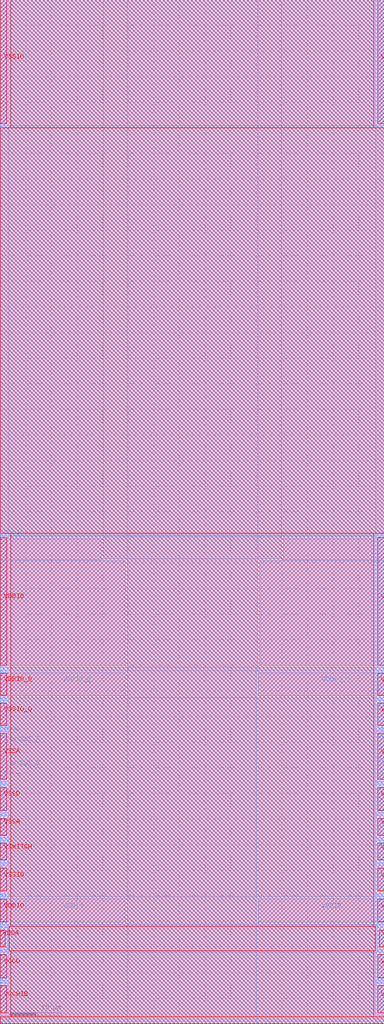
<source format=lef>
# Copyright 2020 The SkyWater PDK Authors
#
# Licensed under the Apache License, Version 2.0 (the "License");
# you may not use this file except in compliance with the License.
# You may obtain a copy of the License at
#
#     https://www.apache.org/licenses/LICENSE-2.0
#
# Unless required by applicable law or agreed to in writing, software
# distributed under the License is distributed on an "AS IS" BASIS,
# WITHOUT WARRANTIES OR CONDITIONS OF ANY KIND, either express or implied.
# See the License for the specific language governing permissions and
# limitations under the License.
#
# SPDX-License-Identifier: Apache-2.0

VERSION 5.5 ;
NAMESCASESENSITIVE ON ;
BUSBITCHARS "[]" ;
DIVIDERCHAR "/" ;
MACRO sky130_fd_io__overlay_vddio_hvc
  CLASS BLOCK ;
  SOURCE USER ;
  ORIGIN  0.000000  0.000000 ;
  SIZE 75 BY 200 ;
  SYMMETRY X Y R90 ;
  PIN AMUXBUS_A
    USE SIGNAL ;
    PORT
      LAYER met4 ;
        RECT 0.000000 53.125000 1.270000 56.105000 ;
    END
    PORT
      LAYER met4 ;
        RECT 73.730000 53.125000 75.000000 56.105000 ;
    END
  END AMUXBUS_A
  PIN AMUXBUS_B
    USE SIGNAL ;
    PORT
      LAYER met4 ;
        RECT 0.000000 48.365000 1.270000 51.345000 ;
    END
    PORT
      LAYER met4 ;
        RECT 73.730000 48.365000 75.000000 51.345000 ;
    END
  END AMUXBUS_B
  PIN VCCD
    USE SIGNAL ;
    PORT
      LAYER met4 ;
        RECT 0.000000 8.885000 1.270000 13.535000 ;
    END
    PORT
      LAYER met4 ;
        RECT 73.730000 8.885000 75.000000 13.535000 ;
    END
    PORT
      LAYER met5 ;
        RECT 0.000000 8.985000 1.270000 13.435000 ;
    END
    PORT
      LAYER met5 ;
        RECT 73.730000 8.985000 75.000000 13.435000 ;
    END
  END VCCD
  PIN VCCHIB
    USE SIGNAL ;
    PORT
      LAYER met4 ;
        RECT 0.000000 2.035000 1.270000 7.485000 ;
    END
    PORT
      LAYER met4 ;
        RECT 73.730000 2.035000 75.000000 7.485000 ;
    END
    PORT
      LAYER met5 ;
        RECT 0.000000 2.135000 1.270000 7.385000 ;
    END
    PORT
      LAYER met5 ;
        RECT 73.730000 2.135000 75.000000 7.385000 ;
    END
  END VCCHIB
  PIN VDDA
    USE SIGNAL ;
    PORT
      LAYER met4 ;
        RECT 0.000000 14.935000 0.965000 18.385000 ;
    END
    PORT
      LAYER met4 ;
        RECT 74.035000 14.935000 75.000000 18.385000 ;
    END
    PORT
      LAYER met5 ;
        RECT 0.000000 15.035000 0.965000 18.285000 ;
    END
    PORT
      LAYER met5 ;
        RECT 74.035000 15.035000 75.000000 18.285000 ;
    END
  END VDDA
  PIN VDDIO
    USE SIGNAL ;
    PORT
      LAYER met4 ;
        RECT 0.000000 19.785000 24.370000 24.435000 ;
    END
    PORT
      LAYER met4 ;
        RECT 0.000000 70.035000  1.270000 70.060000 ;
        RECT 0.000000 70.060000 24.400000 90.435000 ;
        RECT 0.000000 90.435000  1.270000 90.630000 ;
        RECT 0.000000 90.630000 19.740000 94.770000 ;
        RECT 0.000000 94.770000  1.270000 95.000000 ;
    END
    PORT
      LAYER met4 ;
        RECT 50.415000 19.785000 75.000000 24.435000 ;
    END
    PORT
      LAYER met4 ;
        RECT 50.660000 70.060000 75.000000 90.435000 ;
        RECT 55.320000 90.630000 75.000000 94.770000 ;
        RECT 73.730000 70.035000 75.000000 70.060000 ;
        RECT 73.730000 90.435000 75.000000 90.630000 ;
        RECT 73.730000 94.770000 75.000000 95.000000 ;
    END
    PORT
      LAYER met5 ;
        RECT 0.000000 19.885000 1.270000 24.335000 ;
    END
    PORT
      LAYER met5 ;
        RECT 0.000000 70.035000 1.270000 94.985000 ;
    END
    PORT
      LAYER met5 ;
        RECT 73.730000 19.885000 75.000000 24.335000 ;
    END
    PORT
      LAYER met5 ;
        RECT 73.730000 70.035000 75.000000 94.985000 ;
    END
  END VDDIO
  PIN VDDIO_Q
    USE SIGNAL ;
    PORT
      LAYER met4 ;
        RECT 0.000000 64.085000 24.370000 68.535000 ;
    END
    PORT
      LAYER met4 ;
        RECT 50.415000 64.085000 75.000000 68.535000 ;
    END
    PORT
      LAYER met5 ;
        RECT 0.000000 64.185000 1.270000 68.435000 ;
    END
    PORT
      LAYER met5 ;
        RECT 73.730000 64.185000 75.000000 68.435000 ;
    END
  END VDDIO_Q
  PIN VSSA
    USE SIGNAL ;
    PORT
      LAYER met4 ;
        RECT 0.000000 36.735000 1.270000 40.185000 ;
    END
    PORT
      LAYER met4 ;
        RECT 0.000000 47.735000 1.270000 48.065000 ;
    END
    PORT
      LAYER met4 ;
        RECT 0.000000 51.645000 1.270000 52.825000 ;
    END
    PORT
      LAYER met4 ;
        RECT 0.000000 56.405000 1.270000 56.735000 ;
    END
    PORT
      LAYER met4 ;
        RECT 73.730000 36.735000 75.000000 40.185000 ;
    END
    PORT
      LAYER met4 ;
        RECT 73.730000 47.735000 75.000000 48.065000 ;
    END
    PORT
      LAYER met4 ;
        RECT 73.730000 51.645000 75.000000 52.825000 ;
    END
    PORT
      LAYER met4 ;
        RECT 73.730000 56.405000 75.000000 56.735000 ;
    END
    PORT
      LAYER met5 ;
        RECT 0.000000 36.840000 1.270000 40.085000 ;
    END
    PORT
      LAYER met5 ;
        RECT 0.000000 47.735000 1.270000 56.735000 ;
    END
    PORT
      LAYER met5 ;
        RECT 73.730000 36.840000 75.000000 40.085000 ;
    END
    PORT
      LAYER met5 ;
        RECT 73.730000 47.735000 75.000000 56.735000 ;
    END
  END VSSA
  PIN VSSD
    USE SIGNAL ;
    PORT
      LAYER met4 ;
        RECT 0.000000 41.585000 1.270000 46.235000 ;
    END
    PORT
      LAYER met4 ;
        RECT 73.730000 41.585000 75.000000 46.235000 ;
    END
    PORT
      LAYER met5 ;
        RECT 0.000000 41.685000 1.270000 46.135000 ;
    END
    PORT
      LAYER met5 ;
        RECT 73.730000 41.685000 75.000000 46.135000 ;
    END
  END VSSD
  PIN VSSIO
    USE SIGNAL ;
    PORT
      LAYER met4 ;
        RECT 0.000000 175.785000 1.270000 200.000000 ;
    END
    PORT
      LAYER met4 ;
        RECT 0.000000 25.835000 1.270000 30.485000 ;
    END
    PORT
      LAYER met4 ;
        RECT 73.730000 175.785000 75.000000 200.000000 ;
    END
    PORT
      LAYER met4 ;
        RECT 73.730000 25.835000 75.000000 30.485000 ;
    END
    PORT
      LAYER met5 ;
        RECT 0.000000 175.785000 1.270000 200.000000 ;
    END
    PORT
      LAYER met5 ;
        RECT 0.000000 25.935000 1.270000 30.385000 ;
    END
    PORT
      LAYER met5 ;
        RECT 73.730000 175.785000 75.000000 200.000000 ;
    END
    PORT
      LAYER met5 ;
        RECT 73.730000 25.935000 75.000000 30.385000 ;
    END
  END VSSIO
  PIN VSSIO_Q
    USE SIGNAL ;
    PORT
      LAYER met4 ;
        RECT 0.000000 58.235000 1.270000 62.685000 ;
    END
    PORT
      LAYER met4 ;
        RECT 73.730000 58.235000 75.000000 62.685000 ;
    END
    PORT
      LAYER met5 ;
        RECT 0.000000 58.335000 1.270000 62.585000 ;
    END
    PORT
      LAYER met5 ;
        RECT 73.730000 58.335000 75.000000 62.585000 ;
    END
  END VSSIO_Q
  PIN VSWITCH
    USE SIGNAL ;
    PORT
      LAYER met4 ;
        RECT 0.000000 31.885000 1.270000 35.335000 ;
    END
    PORT
      LAYER met4 ;
        RECT 73.730000 31.885000 75.000000 35.335000 ;
    END
    PORT
      LAYER met5 ;
        RECT 0.000000 31.985000 1.270000 35.235000 ;
    END
    PORT
      LAYER met5 ;
        RECT 73.730000 31.985000 75.000000 35.235000 ;
    END
  END VSWITCH
  OBS
    LAYER met1 ;
      RECT 0.000000 0.000000 75.000000 200.000000 ;
    LAYER met2 ;
      RECT 0.000000 0.000000 75.000000 200.000000 ;
    LAYER met3 ;
      RECT 0.000000 0.000000 75.000000 200.000000 ;
    LAYER met4 ;
      RECT  0.000000   0.000000  1.670000   1.635000 ;
      RECT  0.000000   7.885000  1.670000   8.485000 ;
      RECT  0.000000  13.935000  1.365000  14.535000 ;
      RECT  0.000000  18.785000  1.365000  19.385000 ;
      RECT  0.000000  24.835000  1.670000  25.435000 ;
      RECT  0.000000  30.885000  1.670000  31.485000 ;
      RECT  0.000000  35.735000  1.670000  36.335000 ;
      RECT  0.000000  40.585000  1.670000  41.185000 ;
      RECT  0.000000  46.635000  1.670000  47.335000 ;
      RECT  0.000000  57.135000  1.670000  57.835000 ;
      RECT  0.000000  63.085000  1.670000  63.685000 ;
      RECT  0.000000  68.935000 24.770000  69.635000 ;
      RECT  0.000000  95.400000 75.000000 175.385000 ;
      RECT  1.365000  13.935000 73.635000  19.385000 ;
      RECT  1.365000  13.935000 73.635000  19.385000 ;
      RECT  1.670000   0.000000 73.330000  13.935000 ;
      RECT  1.670000   0.000000 73.330000  19.385000 ;
      RECT  1.670000   0.000000 73.330000  19.385000 ;
      RECT  1.670000  24.835000 73.330000  63.685000 ;
      RECT  1.670000  24.835000 73.330000  63.685000 ;
      RECT  1.670000  24.835000 73.330000  63.685000 ;
      RECT  1.670000  24.835000 73.330000  63.685000 ;
      RECT  1.670000  24.835000 73.330000  63.685000 ;
      RECT  1.670000  24.835000 73.330000  63.685000 ;
      RECT  1.670000  24.835000 73.330000  63.685000 ;
      RECT  1.670000  69.635000 24.770000  69.660000 ;
      RECT  1.670000  95.170000 73.330000  95.400000 ;
      RECT  1.670000  95.170000 73.330000 200.000000 ;
      RECT  1.670000  95.170000 73.330000 200.000000 ;
      RECT  1.670000 175.385000 73.330000 200.000000 ;
      RECT 20.140000  90.835000 54.920000  95.170000 ;
      RECT 20.140000  90.835000 54.920000 200.000000 ;
      RECT 24.770000   0.000000 50.015000  68.935000 ;
      RECT 24.770000   0.000000 50.015000  69.660000 ;
      RECT 24.770000  19.385000 50.015000  24.835000 ;
      RECT 24.770000  63.685000 50.015000  68.935000 ;
      RECT 24.770000  68.935000 50.260000  69.660000 ;
      RECT 24.800000  68.935000 50.260000 200.000000 ;
      RECT 24.800000  69.660000 50.260000  90.835000 ;
      RECT 50.260000  68.935000 75.000000  69.635000 ;
      RECT 50.260000  69.635000 73.330000  69.660000 ;
      RECT 73.330000   0.000000 75.000000   1.635000 ;
      RECT 73.330000   7.885000 75.000000   8.485000 ;
      RECT 73.330000  24.835000 75.000000  25.435000 ;
      RECT 73.330000  30.885000 75.000000  31.485000 ;
      RECT 73.330000  35.735000 75.000000  36.335000 ;
      RECT 73.330000  40.585000 75.000000  41.185000 ;
      RECT 73.330000  46.635000 75.000000  47.335000 ;
      RECT 73.330000  57.135000 75.000000  57.835000 ;
      RECT 73.330000  63.085000 75.000000  63.685000 ;
      RECT 73.635000  13.935000 75.000000  14.535000 ;
      RECT 73.635000  18.785000 75.000000  19.385000 ;
    LAYER met5 ;
      RECT 0.000000   0.000000 75.000000   1.335000 ;
      RECT 0.000000  95.785000 75.000000 174.985000 ;
      RECT 1.765000  14.235000 73.235000  19.085000 ;
      RECT 2.070000   1.335000 72.930000  14.235000 ;
      RECT 2.070000  19.085000 72.930000  95.785000 ;
      RECT 2.070000 174.985000 72.930000 200.000000 ;
  END
END sky130_fd_io__overlay_vddio_hvc
END LIBRARY

</source>
